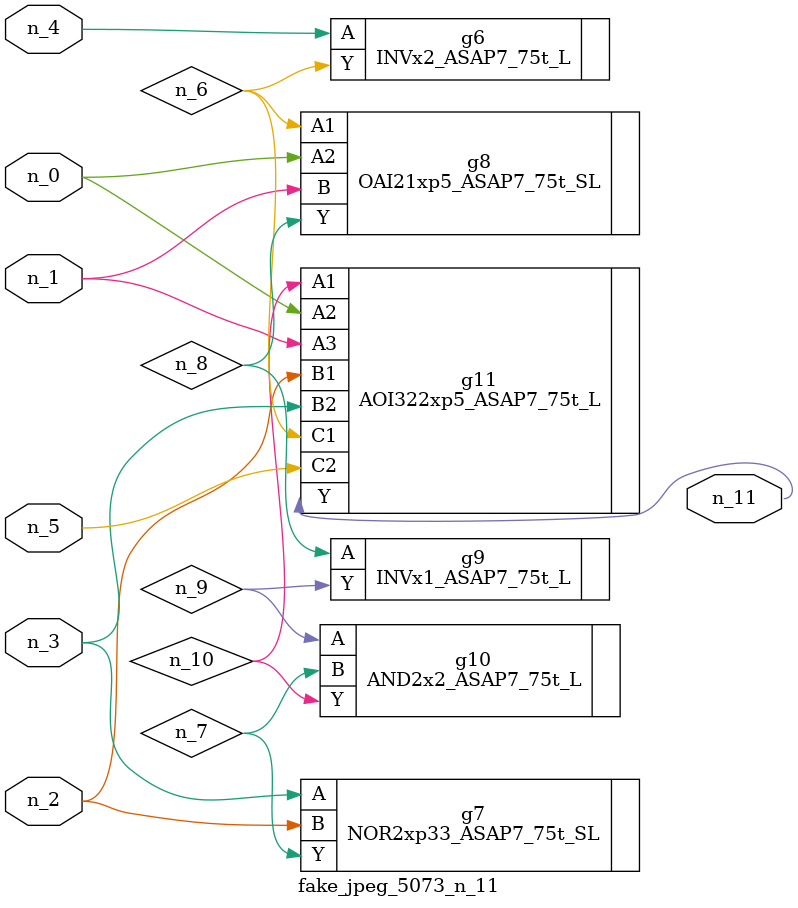
<source format=v>
module fake_jpeg_5073_n_11 (n_3, n_2, n_1, n_0, n_4, n_5, n_11);

input n_3;
input n_2;
input n_1;
input n_0;
input n_4;
input n_5;

output n_11;

wire n_10;
wire n_8;
wire n_9;
wire n_6;
wire n_7;

INVx2_ASAP7_75t_L g6 ( 
.A(n_4),
.Y(n_6)
);

NOR2xp33_ASAP7_75t_SL g7 ( 
.A(n_3),
.B(n_2),
.Y(n_7)
);

OAI21xp5_ASAP7_75t_SL g8 ( 
.A1(n_6),
.A2(n_0),
.B(n_1),
.Y(n_8)
);

INVx1_ASAP7_75t_L g9 ( 
.A(n_8),
.Y(n_9)
);

AND2x2_ASAP7_75t_L g10 ( 
.A(n_9),
.B(n_7),
.Y(n_10)
);

AOI322xp5_ASAP7_75t_L g11 ( 
.A1(n_10),
.A2(n_0),
.A3(n_1),
.B1(n_2),
.B2(n_3),
.C1(n_6),
.C2(n_5),
.Y(n_11)
);


endmodule
</source>
